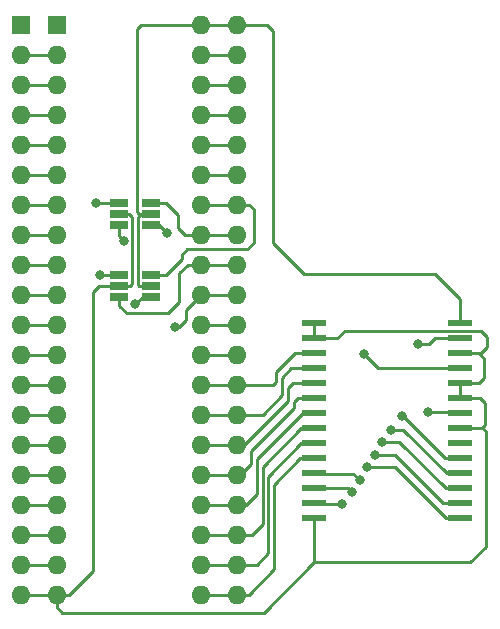
<source format=gbr>
%TF.GenerationSoftware,KiCad,Pcbnew,(5.1.10)-1*%
%TF.CreationDate,2021-09-10T13:11:33+02:00*%
%TF.ProjectId,SensibleRAM,53656e73-6962-46c6-9552-414d2e6b6963,rev?*%
%TF.SameCoordinates,Original*%
%TF.FileFunction,Copper,L1,Top*%
%TF.FilePolarity,Positive*%
%FSLAX46Y46*%
G04 Gerber Fmt 4.6, Leading zero omitted, Abs format (unit mm)*
G04 Created by KiCad (PCBNEW (5.1.10)-1) date 2021-09-10 13:11:33*
%MOMM*%
%LPD*%
G01*
G04 APERTURE LIST*
%TA.AperFunction,SMDPad,CuDef*%
%ADD10R,2.000000X0.600000*%
%TD*%
%TA.AperFunction,SMDPad,CuDef*%
%ADD11R,1.560000X0.650000*%
%TD*%
%TA.AperFunction,ComponentPad*%
%ADD12O,1.600000X1.600000*%
%TD*%
%TA.AperFunction,ComponentPad*%
%ADD13R,1.600000X1.600000*%
%TD*%
%TA.AperFunction,ViaPad*%
%ADD14C,0.800000*%
%TD*%
%TA.AperFunction,Conductor*%
%ADD15C,0.250000*%
%TD*%
G04 APERTURE END LIST*
D10*
%TO.P,U5,1*%
%TO.N,GND*%
X157800000Y-108285000D03*
%TO.P,U5,2*%
X157800000Y-109555000D03*
%TO.P,U5,3*%
%TO.N,/A7*%
X157800000Y-110825000D03*
%TO.P,U5,4*%
%TO.N,/A6*%
X157800000Y-112095000D03*
%TO.P,U5,5*%
%TO.N,/A5*%
X157800000Y-113365000D03*
%TO.P,U5,6*%
%TO.N,/A4*%
X157800000Y-114635000D03*
%TO.P,U5,7*%
%TO.N,/A3*%
X157800000Y-115905000D03*
%TO.P,U5,8*%
%TO.N,/A2*%
X157800000Y-117175000D03*
%TO.P,U5,9*%
%TO.N,/A1*%
X157800000Y-118445000D03*
%TO.P,U5,10*%
%TO.N,/A0*%
X157800000Y-119715000D03*
%TO.P,U5,11*%
%TO.N,/D0*%
X157800000Y-120985000D03*
%TO.P,U5,12*%
%TO.N,/D1*%
X157800000Y-122255000D03*
%TO.P,U5,13*%
%TO.N,/D2*%
X157800000Y-123525000D03*
%TO.P,U5,14*%
%TO.N,GND*%
X157800000Y-124795000D03*
%TO.P,U5,15*%
%TO.N,/D3*%
X170100000Y-124775000D03*
%TO.P,U5,16*%
%TO.N,/D4*%
X170100000Y-123505000D03*
%TO.P,U5,17*%
%TO.N,/D5*%
X170100000Y-122235000D03*
%TO.P,U5,18*%
%TO.N,/D6*%
X170100000Y-120965000D03*
%TO.P,U5,19*%
%TO.N,/D7*%
X170100000Y-119695000D03*
%TO.P,U5,20*%
%TO.N,MSel*%
X170100000Y-118425000D03*
%TO.P,U5,21*%
%TO.N,GND*%
X170100000Y-117155000D03*
%TO.P,U5,22*%
%TO.N,MSel*%
X170100000Y-115885000D03*
%TO.P,U5,23*%
%TO.N,GND*%
X170100000Y-114615000D03*
%TO.P,U5,24*%
X170100000Y-113345000D03*
%TO.P,U5,25*%
%TO.N,/A8*%
X170100000Y-112075000D03*
%TO.P,U5,26*%
%TO.N,GND*%
X170100000Y-110805000D03*
%TO.P,U5,27*%
%TO.N,/R~W*%
X170100000Y-109535000D03*
%TO.P,U5,28*%
%TO.N,VCC*%
X170100000Y-108265000D03*
%TD*%
D11*
%TO.P,U3,1*%
%TO.N,/A10*%
X141260000Y-104170000D03*
%TO.P,U3,2*%
%TO.N,GND*%
X141260000Y-105120000D03*
%TO.P,U3,3*%
%TO.N,/A11*%
X141260000Y-106070000D03*
%TO.P,U3,4*%
%TO.N,Net-(U3-Pad4)*%
X143960000Y-106070000D03*
%TO.P,U3,6*%
%TO.N,/A13*%
X143960000Y-104170000D03*
%TO.P,U3,5*%
%TO.N,VCC*%
X143960000Y-105120000D03*
%TD*%
%TO.P,U4,5*%
%TO.N,VCC*%
X143960000Y-99050000D03*
%TO.P,U4,6*%
%TO.N,/A12*%
X143960000Y-98100000D03*
%TO.P,U4,4*%
%TO.N,MSel*%
X143960000Y-100000000D03*
%TO.P,U4,3*%
%TO.N,/A9*%
X141260000Y-100000000D03*
%TO.P,U4,2*%
%TO.N,GND*%
X141260000Y-99050000D03*
%TO.P,U4,1*%
%TO.N,Net-(U3-Pad4)*%
X141260000Y-98100000D03*
%TD*%
D12*
%TO.P,U1,40*%
%TO.N,VCC*%
X148240000Y-83000000D03*
%TO.P,U1,20*%
%TO.N,GND*%
X133000000Y-131260000D03*
%TO.P,U1,39*%
%TO.N,/P1*%
X148240000Y-85540000D03*
%TO.P,U1,19*%
%TO.N,/Aud*%
X133000000Y-128720000D03*
%TO.P,U1,38*%
%TO.N,/P2*%
X148240000Y-88080000D03*
%TO.P,U1,18*%
%TO.N,/PotY*%
X133000000Y-126180000D03*
%TO.P,U1,37*%
%TO.N,/LPen*%
X148240000Y-90620000D03*
%TO.P,U1,17*%
%TO.N,/PotX*%
X133000000Y-123640000D03*
%TO.P,U1,36*%
%TO.N,/PP2*%
X148240000Y-93160000D03*
%TO.P,U1,16*%
%TO.N,/D0*%
X133000000Y-121100000D03*
%TO.P,U1,35*%
%TO.N,/PP1*%
X148240000Y-95700000D03*
%TO.P,U1,15*%
%TO.N,/D1*%
X133000000Y-118560000D03*
%TO.P,U1,34*%
%TO.N,/A13*%
X148240000Y-98240000D03*
%TO.P,U1,14*%
%TO.N,/D2*%
X133000000Y-116020000D03*
%TO.P,U1,33*%
%TO.N,/A12*%
X148240000Y-100780000D03*
%TO.P,U1,13*%
%TO.N,/D3*%
X133000000Y-113480000D03*
%TO.P,U1,32*%
%TO.N,/A11*%
X148240000Y-103320000D03*
%TO.P,U1,12*%
%TO.N,/D4*%
X133000000Y-110940000D03*
%TO.P,U1,31*%
%TO.N,/A10*%
X148240000Y-105860000D03*
%TO.P,U1,11*%
%TO.N,/D5*%
X133000000Y-108400000D03*
%TO.P,U1,30*%
%TO.N,/A9*%
X148240000Y-108400000D03*
%TO.P,U1,10*%
%TO.N,/D6*%
X133000000Y-105860000D03*
%TO.P,U1,29*%
%TO.N,/A8*%
X148240000Y-110940000D03*
%TO.P,U1,9*%
%TO.N,/D7*%
X133000000Y-103320000D03*
%TO.P,U1,28*%
%TO.N,/A7*%
X148240000Y-113480000D03*
%TO.P,U1,8*%
%TO.N,/VD8*%
X133000000Y-100780000D03*
%TO.P,U1,27*%
%TO.N,/A6*%
X148240000Y-116020000D03*
%TO.P,U1,7*%
%TO.N,/VD9*%
X133000000Y-98240000D03*
%TO.P,U1,26*%
%TO.N,/A5*%
X148240000Y-118560000D03*
%TO.P,U1,6*%
%TO.N,/VD10*%
X133000000Y-95700000D03*
%TO.P,U1,25*%
%TO.N,/A4*%
X148240000Y-121100000D03*
%TO.P,U1,5*%
%TO.N,/VD11*%
X133000000Y-93160000D03*
%TO.P,U1,24*%
%TO.N,/A3*%
X148240000Y-123640000D03*
%TO.P,U1,4*%
%TO.N,/R~W*%
X133000000Y-90620000D03*
%TO.P,U1,23*%
%TO.N,/A2*%
X148240000Y-126180000D03*
%TO.P,U1,3*%
%TO.N,/LMS*%
X133000000Y-88080000D03*
%TO.P,U1,22*%
%TO.N,/A1*%
X148240000Y-128720000D03*
%TO.P,U1,2*%
%TO.N,/Chrm*%
X133000000Y-85540000D03*
%TO.P,U1,21*%
%TO.N,/A0*%
X148240000Y-131260000D03*
D13*
%TO.P,U1,1*%
%TO.N,N/C*%
X133000000Y-83000000D03*
%TD*%
%TO.P,U2,1*%
%TO.N,N/C*%
X136000000Y-83000000D03*
D12*
%TO.P,U2,21*%
%TO.N,/A0*%
X151240000Y-131260000D03*
%TO.P,U2,2*%
%TO.N,/Chrm*%
X136000000Y-85540000D03*
%TO.P,U2,22*%
%TO.N,/A1*%
X151240000Y-128720000D03*
%TO.P,U2,3*%
%TO.N,/LMS*%
X136000000Y-88080000D03*
%TO.P,U2,23*%
%TO.N,/A2*%
X151240000Y-126180000D03*
%TO.P,U2,4*%
%TO.N,/R~W*%
X136000000Y-90620000D03*
%TO.P,U2,24*%
%TO.N,/A3*%
X151240000Y-123640000D03*
%TO.P,U2,5*%
%TO.N,/VD11*%
X136000000Y-93160000D03*
%TO.P,U2,25*%
%TO.N,/A4*%
X151240000Y-121100000D03*
%TO.P,U2,6*%
%TO.N,/VD10*%
X136000000Y-95700000D03*
%TO.P,U2,26*%
%TO.N,/A5*%
X151240000Y-118560000D03*
%TO.P,U2,7*%
%TO.N,/VD9*%
X136000000Y-98240000D03*
%TO.P,U2,27*%
%TO.N,/A6*%
X151240000Y-116020000D03*
%TO.P,U2,8*%
%TO.N,/VD8*%
X136000000Y-100780000D03*
%TO.P,U2,28*%
%TO.N,/A7*%
X151240000Y-113480000D03*
%TO.P,U2,9*%
%TO.N,/D7*%
X136000000Y-103320000D03*
%TO.P,U2,29*%
%TO.N,/A8*%
X151240000Y-110940000D03*
%TO.P,U2,10*%
%TO.N,/D6*%
X136000000Y-105860000D03*
%TO.P,U2,30*%
%TO.N,/A9*%
X151240000Y-108400000D03*
%TO.P,U2,11*%
%TO.N,/D5*%
X136000000Y-108400000D03*
%TO.P,U2,31*%
%TO.N,/A10*%
X151240000Y-105860000D03*
%TO.P,U2,12*%
%TO.N,/D4*%
X136000000Y-110940000D03*
%TO.P,U2,32*%
%TO.N,/A11*%
X151240000Y-103320000D03*
%TO.P,U2,13*%
%TO.N,/D3*%
X136000000Y-113480000D03*
%TO.P,U2,33*%
%TO.N,/A12*%
X151240000Y-100780000D03*
%TO.P,U2,14*%
%TO.N,/D2*%
X136000000Y-116020000D03*
%TO.P,U2,34*%
%TO.N,/A13*%
X151240000Y-98240000D03*
%TO.P,U2,15*%
%TO.N,/D1*%
X136000000Y-118560000D03*
%TO.P,U2,35*%
%TO.N,/PP1*%
X151240000Y-95700000D03*
%TO.P,U2,16*%
%TO.N,/D0*%
X136000000Y-121100000D03*
%TO.P,U2,36*%
%TO.N,/PP2*%
X151240000Y-93160000D03*
%TO.P,U2,17*%
%TO.N,/PotX*%
X136000000Y-123640000D03*
%TO.P,U2,37*%
%TO.N,/LPen*%
X151240000Y-90620000D03*
%TO.P,U2,18*%
%TO.N,/PotY*%
X136000000Y-126180000D03*
%TO.P,U2,38*%
%TO.N,/P2*%
X151240000Y-88080000D03*
%TO.P,U2,19*%
%TO.N,/Aud*%
X136000000Y-128720000D03*
%TO.P,U2,39*%
%TO.N,/P1*%
X151240000Y-85540000D03*
%TO.P,U2,20*%
%TO.N,GND*%
X136000000Y-131260000D03*
%TO.P,U2,40*%
%TO.N,VCC*%
X151240000Y-83000000D03*
%TD*%
D14*
%TO.N,/D0*%
X161640000Y-121550000D03*
%TO.N,/D1*%
X160970000Y-122570000D03*
%TO.N,/D2*%
X160150000Y-123570000D03*
%TO.N,/D3*%
X162240000Y-120450000D03*
%TO.N,/D4*%
X162920000Y-119420000D03*
%TO.N,/A10*%
X139670000Y-104150000D03*
X145970000Y-108620000D03*
%TO.N,/D5*%
X163530000Y-118310000D03*
%TO.N,/A9*%
X141650000Y-101280000D03*
%TO.N,/D6*%
X164310000Y-117280000D03*
%TO.N,/A8*%
X162010000Y-110900000D03*
%TO.N,/D7*%
X165210000Y-116110000D03*
%TO.N,/R~W*%
X166590000Y-110050000D03*
%TO.N,Net-(U3-Pad4)*%
X142650000Y-106680000D03*
X139340000Y-98110000D03*
%TO.N,MSel*%
X145320000Y-100660000D03*
X167420000Y-115810000D03*
%TD*%
D15*
%TO.N,VCC*%
X148240000Y-83000000D02*
X151240000Y-83000000D01*
X144070000Y-99070000D02*
X143380000Y-99070000D01*
X144070000Y-99070000D02*
X143290009Y-99070000D01*
X143960000Y-99050000D02*
X143270010Y-99050000D01*
X143960000Y-99050000D02*
X143160010Y-99050000D01*
X143160010Y-99050000D02*
X142840009Y-99370001D01*
X142840009Y-99370001D02*
X142840009Y-105000009D01*
X142960000Y-105120000D02*
X143960000Y-105120000D01*
X142840009Y-105000009D02*
X142960000Y-105120000D01*
X143960000Y-99050000D02*
X142990000Y-99050000D01*
X142990000Y-99050000D02*
X142820000Y-98880000D01*
X142820000Y-98880000D02*
X142820000Y-83340000D01*
X143160000Y-83000000D02*
X148240000Y-83000000D01*
X142820000Y-83340000D02*
X143160000Y-83000000D01*
X170100000Y-108265000D02*
X170100000Y-106190000D01*
X170100000Y-106190000D02*
X168010000Y-104100000D01*
X168010000Y-104100000D02*
X156950000Y-104100000D01*
X156950000Y-104100000D02*
X154340000Y-101490000D01*
X154340000Y-101490000D02*
X154340000Y-83520000D01*
X153820000Y-83000000D02*
X151240000Y-83000000D01*
X154340000Y-83520000D02*
X153820000Y-83000000D01*
%TO.N,GND*%
X136000000Y-131260000D02*
X133000000Y-131260000D01*
X141260000Y-99050000D02*
X142120000Y-99050000D01*
X142120000Y-99050000D02*
X142390000Y-99320000D01*
X142390000Y-99320000D02*
X142390000Y-104950000D01*
X142220000Y-105120000D02*
X141260000Y-105120000D01*
X142390000Y-104950000D02*
X142220000Y-105120000D01*
X136000000Y-131260000D02*
X137030000Y-131260000D01*
X137030000Y-131260000D02*
X139030000Y-129260000D01*
X139030000Y-129260000D02*
X139030000Y-105660000D01*
X139570000Y-105120000D02*
X141260000Y-105120000D01*
X139030000Y-105660000D02*
X139570000Y-105120000D01*
X157800000Y-124795000D02*
X157800000Y-128520000D01*
X157800000Y-128520000D02*
X153550000Y-132770000D01*
X153550000Y-132770000D02*
X136460000Y-132770000D01*
X136000000Y-132310000D02*
X136000000Y-131260000D01*
X136460000Y-132770000D02*
X136000000Y-132310000D01*
X172015000Y-117155000D02*
X170100000Y-117155000D01*
X171835000Y-114615000D02*
X170100000Y-114615000D01*
X171745000Y-113345000D02*
X170100000Y-113345000D01*
X172290000Y-115070000D02*
X171835000Y-114615000D01*
X172290000Y-116880000D02*
X172290000Y-115070000D01*
X172015000Y-117155000D02*
X172290000Y-116880000D01*
X172300000Y-117440000D02*
X172015000Y-117155000D01*
X172300000Y-127180000D02*
X172300000Y-117440000D01*
X170960000Y-128520000D02*
X172300000Y-127180000D01*
X157800000Y-128520000D02*
X170960000Y-128520000D01*
X172210000Y-111300000D02*
X171715000Y-110805000D01*
X171715000Y-110805000D02*
X170100000Y-110805000D01*
X172210000Y-112880000D02*
X172210000Y-111300000D01*
X171745000Y-113345000D02*
X172210000Y-112880000D01*
X171715000Y-110805000D02*
X171955000Y-110805000D01*
X171955000Y-110805000D02*
X172440000Y-110320000D01*
X172440000Y-110320000D02*
X172440000Y-109410000D01*
X172440000Y-109410000D02*
X171930000Y-108900000D01*
X171930000Y-108900000D02*
X160360000Y-108900000D01*
X159705000Y-109555000D02*
X157800000Y-109555000D01*
X160360000Y-108900000D02*
X159705000Y-109555000D01*
X157800000Y-109555000D02*
X157800000Y-108285000D01*
X170100000Y-114615000D02*
X170100000Y-113345000D01*
%TO.N,/P1*%
X148240000Y-85540000D02*
X151240000Y-85540000D01*
%TO.N,/Aud*%
X133000000Y-128720000D02*
X136000000Y-128720000D01*
%TO.N,/P2*%
X148240000Y-88080000D02*
X151240000Y-88080000D01*
%TO.N,/PotY*%
X136000000Y-126180000D02*
X133000000Y-126180000D01*
%TO.N,/LPen*%
X148240000Y-90620000D02*
X151240000Y-90620000D01*
%TO.N,/PotX*%
X133000000Y-123640000D02*
X136000000Y-123640000D01*
%TO.N,/PP2*%
X148240000Y-93160000D02*
X151240000Y-93160000D01*
%TO.N,/D0*%
X136000000Y-121100000D02*
X133000000Y-121100000D01*
X161110000Y-121020000D02*
X157835000Y-121020000D01*
X157835000Y-121020000D02*
X157800000Y-120985000D01*
X161640000Y-121550000D02*
X161110000Y-121020000D01*
%TO.N,/PP1*%
X148240000Y-95700000D02*
X151240000Y-95700000D01*
%TO.N,/D1*%
X133000000Y-118560000D02*
X136000000Y-118560000D01*
X160655000Y-122255000D02*
X157800000Y-122255000D01*
X160970000Y-122570000D02*
X160655000Y-122255000D01*
%TO.N,/A13*%
X148240000Y-98240000D02*
X151240000Y-98240000D01*
X143990000Y-104170000D02*
X145260000Y-104170000D01*
X145260000Y-104170000D02*
X146590000Y-102840000D01*
X146590000Y-102840000D02*
X146590000Y-102500000D01*
X146590000Y-102500000D02*
X147060000Y-102030000D01*
X147060000Y-102030000D02*
X152140000Y-102030000D01*
X152140000Y-102030000D02*
X152660000Y-101510000D01*
X152660000Y-101510000D02*
X152660000Y-98640000D01*
X152260000Y-98240000D02*
X151240000Y-98240000D01*
X152660000Y-98640000D02*
X152260000Y-98240000D01*
%TO.N,/D2*%
X136000000Y-116020000D02*
X133000000Y-116020000D01*
X157845000Y-123570000D02*
X157800000Y-123525000D01*
X160150000Y-123570000D02*
X157845000Y-123570000D01*
%TO.N,/A12*%
X148240000Y-100780000D02*
X151240000Y-100780000D01*
X143960000Y-98100000D02*
X145280000Y-98100000D01*
X145280000Y-98100000D02*
X146270000Y-99090000D01*
X146270000Y-99090000D02*
X146270000Y-100230000D01*
X146820000Y-100780000D02*
X148240000Y-100780000D01*
X146270000Y-100230000D02*
X146820000Y-100780000D01*
%TO.N,/D3*%
X133000000Y-113480000D02*
X136000000Y-113480000D01*
X168935000Y-124775000D02*
X170100000Y-124775000D01*
X164610000Y-120450000D02*
X168935000Y-124775000D01*
X162240000Y-120450000D02*
X164610000Y-120450000D01*
%TO.N,/A11*%
X148240000Y-103320000D02*
X151240000Y-103320000D01*
X141290000Y-106070000D02*
X141290000Y-106800000D01*
X141290000Y-106800000D02*
X141920000Y-107430000D01*
X141920000Y-107430000D02*
X145450000Y-107430000D01*
X145450000Y-107430000D02*
X146380000Y-106500000D01*
X146380000Y-106500000D02*
X146380000Y-104060000D01*
X147120000Y-103320000D02*
X148240000Y-103320000D01*
X146380000Y-104060000D02*
X147120000Y-103320000D01*
%TO.N,/D4*%
X136000000Y-110940000D02*
X133000000Y-110940000D01*
X170100000Y-123505000D02*
X168735000Y-123505000D01*
X164650000Y-119420000D02*
X162920000Y-119420000D01*
X168735000Y-123505000D02*
X164650000Y-119420000D01*
%TO.N,/A10*%
X148240000Y-105860000D02*
X151240000Y-105860000D01*
X139690000Y-104170000D02*
X139670000Y-104150000D01*
X141260000Y-104170000D02*
X139690000Y-104170000D01*
X145970000Y-108620000D02*
X146340000Y-108620000D01*
X146340000Y-108620000D02*
X146970000Y-107990000D01*
X146970000Y-107130000D02*
X148240000Y-105860000D01*
X146970000Y-107990000D02*
X146970000Y-107130000D01*
%TO.N,/D5*%
X133000000Y-108400000D02*
X136000000Y-108400000D01*
X168915000Y-122235000D02*
X170100000Y-122235000D01*
X164990000Y-118310000D02*
X168915000Y-122235000D01*
X163530000Y-118310000D02*
X164990000Y-118310000D01*
%TO.N,/A9*%
X148240000Y-108400000D02*
X151240000Y-108400000D01*
X141260000Y-100890000D02*
X141650000Y-101280000D01*
X141260000Y-100000000D02*
X141260000Y-100890000D01*
%TO.N,/D6*%
X133000000Y-105860000D02*
X136000000Y-105860000D01*
X169015000Y-120965000D02*
X170100000Y-120965000D01*
X165330000Y-117280000D02*
X169015000Y-120965000D01*
X164310000Y-117280000D02*
X165330000Y-117280000D01*
%TO.N,/A8*%
X148240000Y-110940000D02*
X151240000Y-110940000D01*
X163185000Y-112075000D02*
X162010000Y-110900000D01*
X170100000Y-112075000D02*
X163185000Y-112075000D01*
%TO.N,/D7*%
X133000000Y-103320000D02*
X136000000Y-103320000D01*
X168855000Y-119695000D02*
X170100000Y-119695000D01*
X165270000Y-116110000D02*
X168855000Y-119695000D01*
X165210000Y-116110000D02*
X165270000Y-116110000D01*
%TO.N,/A7*%
X148240000Y-113480000D02*
X151240000Y-113480000D01*
X151240000Y-113480000D02*
X154340000Y-113480000D01*
X154340000Y-113480000D02*
X154580000Y-113240000D01*
X154580000Y-113240000D02*
X154580000Y-112430000D01*
X156185000Y-110825000D02*
X157800000Y-110825000D01*
X154580000Y-112430000D02*
X156185000Y-110825000D01*
%TO.N,/VD8*%
X133000000Y-100780000D02*
X136000000Y-100780000D01*
%TO.N,/A6*%
X148240000Y-116020000D02*
X151240000Y-116020000D01*
X155855000Y-112095000D02*
X157800000Y-112095000D01*
X155070000Y-112880000D02*
X155855000Y-112095000D01*
X155070000Y-114390000D02*
X155070000Y-112880000D01*
X153440000Y-116020000D02*
X155070000Y-114390000D01*
X151240000Y-116020000D02*
X153440000Y-116020000D01*
%TO.N,/VD9*%
X133000000Y-98240000D02*
X136000000Y-98240000D01*
%TO.N,/A5*%
X148240000Y-118560000D02*
X151240000Y-118560000D01*
X155970000Y-113365000D02*
X157800000Y-113365000D01*
X155610000Y-113725000D02*
X155970000Y-113365000D01*
X155610000Y-114830000D02*
X155610000Y-113725000D01*
X151880000Y-118560000D02*
X155610000Y-114830000D01*
X151240000Y-118560000D02*
X151880000Y-118560000D01*
%TO.N,/VD10*%
X133000000Y-95700000D02*
X136000000Y-95700000D01*
%TO.N,/A4*%
X148240000Y-121100000D02*
X151240000Y-121100000D01*
X156385000Y-114635000D02*
X157800000Y-114635000D01*
X156100000Y-114920000D02*
X156385000Y-114635000D01*
X156100000Y-115410000D02*
X156100000Y-114920000D01*
X152450000Y-119060000D02*
X156100000Y-115410000D01*
X152450000Y-120190000D02*
X152450000Y-119060000D01*
X151540000Y-121100000D02*
X152450000Y-120190000D01*
X151240000Y-121100000D02*
X151540000Y-121100000D01*
%TO.N,/VD11*%
X133000000Y-93160000D02*
X136000000Y-93160000D01*
%TO.N,/A3*%
X148240000Y-123640000D02*
X151240000Y-123640000D01*
X156835000Y-115905000D02*
X157800000Y-115905000D01*
X152960000Y-119780000D02*
X156835000Y-115905000D01*
X152960000Y-122699990D02*
X152960000Y-119780000D01*
X152019990Y-123640000D02*
X152960000Y-122699990D01*
X151240000Y-123640000D02*
X152019990Y-123640000D01*
%TO.N,/R~W*%
X133000000Y-90620000D02*
X136000000Y-90620000D01*
X166590000Y-110050000D02*
X167520000Y-110050000D01*
X168035000Y-109535000D02*
X170100000Y-109535000D01*
X167520000Y-110050000D02*
X168035000Y-109535000D01*
%TO.N,/A2*%
X148240000Y-126180000D02*
X151240000Y-126180000D01*
X156665000Y-117175000D02*
X157800000Y-117175000D01*
X153430000Y-120410000D02*
X156665000Y-117175000D01*
X153430000Y-125269990D02*
X153430000Y-120410000D01*
X152519990Y-126180000D02*
X153430000Y-125269990D01*
X151240000Y-126180000D02*
X152519990Y-126180000D01*
%TO.N,/LMS*%
X133000000Y-88080000D02*
X136000000Y-88080000D01*
%TO.N,/A1*%
X148240000Y-128720000D02*
X151240000Y-128720000D01*
X156715000Y-118445000D02*
X157800000Y-118445000D01*
X153900000Y-121260000D02*
X156715000Y-118445000D01*
X153900000Y-127739990D02*
X153900000Y-121260000D01*
X152919990Y-128720000D02*
X153900000Y-127739990D01*
X151240000Y-128720000D02*
X152919990Y-128720000D01*
%TO.N,/Chrm*%
X133000000Y-85540000D02*
X136000000Y-85540000D01*
%TO.N,/A0*%
X148240000Y-131260000D02*
X151240000Y-131260000D01*
X156615000Y-119715000D02*
X157800000Y-119715000D01*
X154390000Y-121940000D02*
X156615000Y-119715000D01*
X154390000Y-129100000D02*
X154390000Y-121940000D01*
X152230000Y-131260000D02*
X154390000Y-129100000D01*
X151240000Y-131260000D02*
X152230000Y-131260000D01*
%TO.N,Net-(U3-Pad4)*%
X143260000Y-106070000D02*
X142650000Y-106680000D01*
X143960000Y-106070000D02*
X143260000Y-106070000D01*
X139350000Y-98100000D02*
X141260000Y-98100000D01*
X139340000Y-98110000D02*
X139350000Y-98100000D01*
%TO.N,MSel*%
X144660000Y-100000000D02*
X145320000Y-100660000D01*
X143960000Y-100000000D02*
X144660000Y-100000000D01*
X170025000Y-115810000D02*
X170100000Y-115885000D01*
X167420000Y-115810000D02*
X170025000Y-115810000D01*
%TD*%
M02*

</source>
